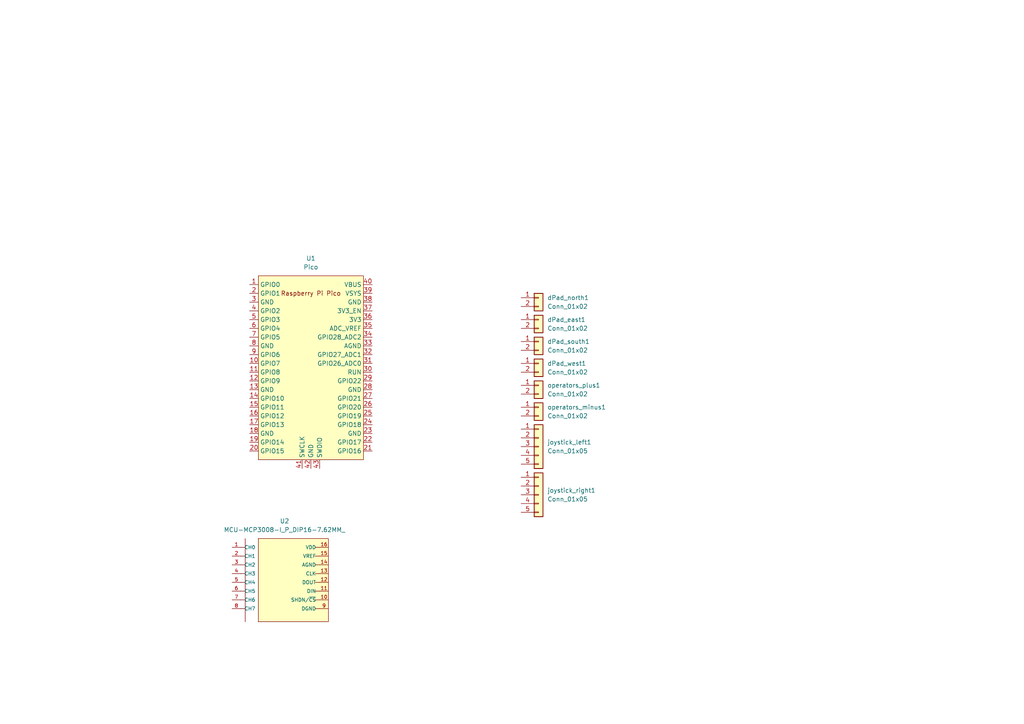
<source format=kicad_sch>
(kicad_sch (version 20250114) (generator "eeschema") (generator_version "9.0")
  (paper "A4")
  (lib_symbols
    (symbol "Connector_Generic:Conn_01x02" (pin_names (offset 1.016) (hide yes))
      (property "Reference" "J" (at 0 2.54 0))
      (property "Value" "Conn_01x02" (at 0 -5.08 0))
      (symbol "Conn_01x02_1_1"
        (rectangle (start -1.27 1.27) (end 1.27 -3.81) (stroke (width 0.254)) (fill (type background)))
        (rectangle (start -1.27 0.127) (end 0 -0.127) (stroke (width 0.1524)))
        (rectangle (start -1.27 -2.413) (end 0 -2.667) (stroke (width 0.1524)))
        (pin passive line (at -5.08 0 0) (length 3.81) (name "Pin_1") (number "1"))
        (pin passive line (at -5.08 -2.54 0) (length 3.81) (name "Pin_2") (number "2"))
      )
    )
    (symbol "Connector_Generic:Conn_01x05" (pin_names (offset 1.016) (hide yes))
      (property "Reference" "J" (at 0 7.62 0))
      (property "Value" "Conn_01x05" (at 0 -7.62 0))
      (symbol "Conn_01x05_1_1"
        (rectangle (start -1.27 6.35) (end 1.27 -6.35) (stroke (width 0.254)) (fill (type background)))
        (rectangle (start -1.27 5.207) (end 0 4.953) (stroke (width 0.1524)))
        (rectangle (start -1.27 2.667) (end 0 2.413) (stroke (width 0.1524)))
        (rectangle (start -1.27 0.127) (end 0 -0.127) (stroke (width 0.1524)))
        (rectangle (start -1.27 -2.413) (end 0 -2.667) (stroke (width 0.1524)))
        (rectangle (start -1.27 -4.953) (end 0 -5.207) (stroke (width 0.1524)))
        (pin passive line (at -5.08 5.08 0) (length 3.81) (name "Pin_1") (number "1"))
        (pin passive line (at -5.08 2.54 0) (length 3.81) (name "Pin_2") (number "2"))
        (pin passive line (at -5.08 0 0) (length 3.81) (name "Pin_3") (number "3"))
        (pin passive line (at -5.08 -2.54 0) (length 3.81) (name "Pin_4") (number "4"))
        (pin passive line (at -5.08 -5.08 0) (length 3.81) (name "Pin_5") (number "5"))
      )
    )
    (symbol "MCU-MCP3008-I_P_DIP16-7.62MM_:MCU-MCP3008-I_P_DIP16-7.62MM_" (pin_names (offset 1.016))
      (property "Reference" "U" (at -10.1716 13.986 0))
      (property "Value" "MCU-MCP3008-I_P_DIP16-7.62MM_" (at -3.8163 13.9931 0))
      (symbol "MCU-MCP3008-I_P_DIP16-7.62MM__0_0"
        (polyline (pts (xy -11.43 10.16) (xy -10.16 10.16)) (stroke (width 0.1524)))
        (polyline (pts (xy -11.43 7.62) (xy -10.16 7.62)) (stroke (width 0.1524)))
        (polyline (pts (xy -11.43 5.08) (xy -10.16 5.08)) (stroke (width 0.1524)))
        (polyline (pts (xy -11.43 2.54) (xy -10.16 2.54)) (stroke (width 0.1524)))
        (polyline (pts (xy -11.43 0) (xy -10.16 0)) (stroke (width 0.1524)))
        (polyline (pts (xy -11.43 -2.54) (xy -10.16 -2.54)) (stroke (width 0.1524)))
        (polyline (pts (xy -11.43 -5.08) (xy -10.16 -5.08)) (stroke (width 0.1524)))
        (polyline (pts (xy -11.43 -7.62) (xy -10.16 -7.62)) (stroke (width 0.1524)))
        (polyline (pts (xy -10.16 10.16) (xy -10.16 12.7)) (stroke (width 0.1524)))
        (polyline (pts (xy -10.16 7.62) (xy -10.16 10.16)) (stroke (width 0.1524)))
        (polyline (pts (xy -10.16 5.08) (xy -10.16 7.62)) (stroke (width 0.1524)))
        (polyline (pts (xy -10.16 2.54) (xy -10.16 5.08)) (stroke (width 0.1524)))
        (polyline (pts (xy -10.16 0) (xy -10.16 2.54)) (stroke (width 0.1524)))
        (polyline (pts (xy -10.16 -2.54) (xy -10.16 0)) (stroke (width 0.1524)))
        (polyline (pts (xy -10.16 -11.43) (xy -10.16 -2.54)) (stroke (width 0.1524)))
        (rectangle (start -6.3749 -11.43) (end 13.9451 12.7) (stroke (width 0.1524)) (fill (type background)))
        (polyline (pts (xy 10.16 10.16) (xy 11.43 10.16)) (stroke (width 0.1524)))
        (polyline (pts (xy 10.16 7.62) (xy 11.43 7.62)) (stroke (width 0.1524)))
        (polyline (pts (xy 10.16 5.08) (xy 11.43 5.08)) (stroke (width 0.1524)))
        (polyline (pts (xy 10.16 2.54) (xy 11.43 2.54)) (stroke (width 0.1524)))
        (polyline (pts (xy 10.16 0) (xy 11.43 0)) (stroke (width 0.1524)))
        (polyline (pts (xy 10.16 -2.54) (xy 11.43 -2.54)) (stroke (width 0.1524)))
        (polyline (pts (xy 10.16 -5.08) (xy 11.43 -5.08)) (stroke (width 0.1524)))
        (polyline (pts (xy 10.16 -7.62) (xy 11.43 -7.62)) (stroke (width 0.1524)))
        (pin output line (at -13.97 10.16 0) (length 2.54) (name "CH0") (number "1"))
        (pin input line (at -13.97 7.62 0) (length 2.54) (name "CH1") (number "2"))
        (pin output line (at -13.97 5.08 0) (length 2.54) (name "CH2") (number "3"))
        (pin input line (at -13.97 2.54 0) (length 2.54) (name "CH3") (number "4"))
        (pin input line (at -13.97 0 0) (length 2.54) (name "CH4") (number "5"))
        (pin input line (at -13.97 -2.54 0) (length 2.54) (name "CH5") (number "6"))
        (pin output line (at -13.97 -5.08 0) (length 2.54) (name "CH6") (number "7"))
        (pin input line (at -13.97 -7.62 0) (length 2.54) (name "CH7") (number "8"))
        (pin power_in line (at 13.97 10.16 180) (length 2.54) (name "VDD") (number "16"))
        (pin input line (at 13.97 7.62 180) (length 2.54) (name "VREF") (number "15"))
        (pin input line (at 13.97 5.08 180) (length 2.54) (name "AGND") (number "14"))
        (pin output line (at 13.97 2.54 180) (length 2.54) (name "CLK") (number "13"))
        (pin input line (at 13.97 0 180) (length 2.54) (name "DOUT") (number "12"))
        (pin input line (at 13.97 -2.54 180) (length 2.54) (name "DIN") (number "11"))
        (pin output line (at 13.97 -5.08 180) (length 2.54) (name "SHDN/~{CS}") (number "10"))
        (pin output line (at 13.97 -7.62 180) (length 2.54) (name "DGND") (number "9"))
      )
    )
    (symbol "MCU_RaspberryPi_and_Boards:Pico"
      (property "Reference" "U" (at -13.97 27.94 0))
      (property "Value" "Pico" (at 0 19.05 0))
      (symbol "Pico_0_0"
        (text "Raspberry Pi Pico" (at 0 21.59 0) (effects (font (size 1.27 1.27))))
      )
      (symbol "Pico_0_1"
        (rectangle (start -15.24 26.67) (end 15.24 -26.67) (fill (type background)))
      )
      (symbol "Pico_1_1"
        (pin bidirectional line (at -17.78 24.13 0) (length 2.54) (name "GPIO0") (number "1"))
        (pin bidirectional line (at -17.78 21.59 0) (length 2.54) (name "GPIO1") (number "2"))
        (pin power_in line (at -17.78 19.05 0) (length 2.54) (name "GND") (number "3"))
        (pin bidirectional line (at -17.78 16.51 0) (length 2.54) (name "GPIO2") (number "4"))
        (pin bidirectional line (at -17.78 13.97 0) (length 2.54) (name "GPIO3") (number "5"))
        (pin bidirectional line (at -17.78 11.43 0) (length 2.54) (name "GPIO4") (number "6"))
        (pin bidirectional line (at -17.78 8.89 0) (length 2.54) (name "GPIO5") (number "7"))
        (pin power_in line (at -17.78 6.35 0) (length 2.54) (name "GND") (number "8"))
        (pin bidirectional line (at -17.78 3.81 0) (length 2.54) (name "GPIO6") (number "9"))
        (pin bidirectional line (at -17.78 1.27 0) (length 2.54) (name "GPIO7") (number "10"))
        (pin bidirectional line (at -17.78 -1.27 0) (length 2.54) (name "GPIO8") (number "11"))
        (pin bidirectional line (at -17.78 -3.81 0) (length 2.54) (name "GPIO9") (number "12"))
        (pin power_in line (at -17.78 -6.35 0) (length 2.54) (name "GND") (number "13"))
        (pin bidirectional line (at -17.78 -8.89 0) (length 2.54) (name "GPIO10") (number "14"))
        (pin bidirectional line (at -17.78 -11.43 0) (length 2.54) (name "GPIO11") (number "15"))
        (pin bidirectional line (at -17.78 -13.97 0) (length 2.54) (name "GPIO12") (number "16"))
        (pin bidirectional line (at -17.78 -16.51 0) (length 2.54) (name "GPIO13") (number "17"))
        (pin power_in line (at -17.78 -19.05 0) (length 2.54) (name "GND") (number "18"))
        (pin bidirectional line (at -17.78 -21.59 0) (length 2.54) (name "GPIO14") (number "19"))
        (pin bidirectional line (at -17.78 -24.13 0) (length 2.54) (name "GPIO15") (number "20"))
        (pin input line (at -2.54 -29.21 90) (length 2.54) (name "SWCLK") (number "41"))
        (pin power_in line (at 0 -29.21 90) (length 2.54) (name "GND") (number "42"))
        (pin bidirectional line (at 2.54 -29.21 90) (length 2.54) (name "SWDIO") (number "43"))
        (pin power_in line (at 17.78 24.13 180) (length 2.54) (name "VBUS") (number "40"))
        (pin power_in line (at 17.78 21.59 180) (length 2.54) (name "VSYS") (number "39"))
        (pin bidirectional line (at 17.78 19.05 180) (length 2.54) (name "GND") (number "38"))
        (pin input line (at 17.78 16.51 180) (length 2.54) (name "3V3_EN") (number "37"))
        (pin power_in line (at 17.78 13.97 180) (length 2.54) (name "3V3") (number "36"))
        (pin power_in line (at 17.78 11.43 180) (length 2.54) (name "ADC_VREF") (number "35"))
        (pin bidirectional line (at 17.78 8.89 180) (length 2.54) (name "GPIO28_ADC2") (number "34"))
        (pin power_in line (at 17.78 6.35 180) (length 2.54) (name "AGND") (number "33"))
        (pin bidirectional line (at 17.78 3.81 180) (length 2.54) (name "GPIO27_ADC1") (number "32"))
        (pin bidirectional line (at 17.78 1.27 180) (length 2.54) (name "GPIO26_ADC0") (number "31"))
        (pin input line (at 17.78 -1.27 180) (length 2.54) (name "RUN") (number "30"))
        (pin bidirectional line (at 17.78 -3.81 180) (length 2.54) (name "GPIO22") (number "29"))
        (pin power_in line (at 17.78 -6.35 180) (length 2.54) (name "GND") (number "28"))
        (pin bidirectional line (at 17.78 -8.89 180) (length 2.54) (name "GPIO21") (number "27"))
        (pin bidirectional line (at 17.78 -11.43 180) (length 2.54) (name "GPIO20") (number "26"))
        (pin bidirectional line (at 17.78 -13.97 180) (length 2.54) (name "GPIO19") (number "25"))
        (pin bidirectional line (at 17.78 -16.51 180) (length 2.54) (name "GPIO18") (number "24"))
        (pin power_in line (at 17.78 -19.05 180) (length 2.54) (name "GND") (number "23"))
        (pin bidirectional line (at 17.78 -21.59 180) (length 2.54) (name "GPIO17") (number "22"))
        (pin bidirectional line (at 17.78 -24.13 180) (length 2.54) (name "GPIO16") (number "21"))
      )
    )
  )
  (symbol (lib_id "Connector_Generic:Conn_01x02") (at 156.21 111.76 0) (unit 1)
    (property "Reference" "operators_plus1" (at 158.75 111.7599 0) (effects (justify left)))
    (property "Value" "Conn_01x02" (at 158.75 114.2999 0) (effects (justify left)))
    (property "Footprint" "Connector_JST:JST_PH_B2B-PH-K_1x02_P2.00mm_Vertical" (effects (hide yes)))
    (property "Description" "Generic connector, single row, 01x02, script generated (kicad-library-utils/schlib/autogen/connector/)" (effects (hide yes)))
  )
  (symbol (lib_id "Connector_Generic:Conn_01x02") (at 156.21 92.71 0) (unit 1)
    (property "Reference" "dPad_east1" (at 158.75 92.7099 0) (effects (justify left)))
    (property "Value" "Conn_01x02" (at 158.75 95.2499 0) (effects (justify left)))
    (property "Footprint" "Connector_JST:JST_PH_B2B-PH-K_1x02_P2.00mm_Vertical" (effects (hide yes)))
    (property "Description" "Generic connector, single row, 01x02, script generated (kicad-library-utils/schlib/autogen/connector/)" (effects (hide yes)))
  )
  (symbol (lib_id "Connector_Generic:Conn_01x05") (at 156.21 129.54 0) (unit 1)
    (property "Reference" "joystick_left1" (at 158.75 128.2699 0) (effects (justify left)))
    (property "Value" "Conn_01x05" (at 158.75 130.8099 0) (effects (justify left)))
    (property "Footprint" "Connector_JST:JST_PH_B5B-PH-K_1x05_P2.00mm_Vertical" (effects (hide yes)))
    (property "Description" "Generic connector, single row, 01x05, script generated (kicad-library-utils/schlib/autogen/connector/)" (effects (hide yes)))
  )
  (symbol (lib_id "Connector_Generic:Conn_01x02") (at 156.21 99.06 0) (unit 1)
    (property "Reference" "dPad_south1" (at 158.75 99.0599 0) (effects (justify left)))
    (property "Value" "Conn_01x02" (at 158.75 101.5999 0) (effects (justify left)))
    (property "Footprint" "Connector_JST:JST_PH_B2B-PH-K_1x02_P2.00mm_Vertical" (effects (hide yes)))
    (property "Description" "Generic connector, single row, 01x02, script generated (kicad-library-utils/schlib/autogen/connector/)" (effects (hide yes)))
  )
  (symbol (lib_id "MCU-MCP3008-I_P_DIP16-7.62MM_:MCU-MCP3008-I_P_DIP16-7.62MM_") (at 81.28 168.91 0) (unit 1)
    (property "Reference" "U2" (at 82.5375 151.13 0))
    (property "Value" "MCU-MCP3008-I_P_DIP16-7.62MM_" (at 82.5375 153.67 0))
    (property "Footprint" "MCU-MCP3008:DIP16-2.54-19.2X7.62MM" (effects (hide yes)))
    (property "SnapEDA_Link" "https://www.snapeda.com/parts/MCP3008-I/P/Microchip/view-part/?ref=snap" (effects (hide yes)))
    (property "Description_1" "Microchip 10 bit Serial ADC Differential Input 16-Pin PDIP | Microchip Technology Inc. MCP3008-I/P" (effects (hide yes)))
    (property "Package" "DIP-16 Microchip" (effects (hide yes)))
    (property "MPN" "MCP3008-I/P" (effects (hide yes)))
    (property "VALUE" "MCP3008-I/P-DIP16" (effects (hide yes)))
    (property "MF" "Microchip" (effects (hide yes)))
    (property "MP" "MCP3008-I/P" (effects (hide yes)))
    (property "Check_prices" "https://www.snapeda.com/parts/MCP3008-I/P/Microchip/view-part/?ref=eda" (effects (hide yes)))
  )
  (symbol (lib_id "Connector_Generic:Conn_01x02") (at 156.21 86.36 0) (unit 1)
    (property "Reference" "dPad_north1" (at 158.75 86.3599 0) (effects (justify left)))
    (property "Value" "Conn_01x02" (at 158.75 88.8999 0) (effects (justify left)))
    (property "Footprint" "Connector_JST:JST_PH_B2B-PH-K_1x02_P2.00mm_Vertical" (effects (hide yes)))
    (property "Description" "Generic connector, single row, 01x02, script generated (kicad-library-utils/schlib/autogen/connector/)" (effects (hide yes)))
  )
  (symbol (lib_id "Connector_Generic:Conn_01x05") (at 156.21 143.51 0) (unit 1)
    (property "Reference" "joystick_right1" (at 158.75 142.2399 0) (effects (justify left)))
    (property "Value" "Conn_01x05" (at 158.75 144.7799 0) (effects (justify left)))
    (property "Footprint" "Connector_JST:JST_PH_B5B-PH-K_1x05_P2.00mm_Vertical" (effects (hide yes)))
    (property "Description" "Generic connector, single row, 01x05, script generated (kicad-library-utils/schlib/autogen/connector/)" (effects (hide yes)))
  )
  (symbol (lib_id "MCU_RaspberryPi_and_Boards:Pico") (at 90.17 106.68 0) (unit 1)
    (property "Reference" "U1" (at 90.17 74.93 0))
    (property "Value" "Pico" (at 90.17 77.47 0))
    (property "Footprint" "MCU_RaspberryPi_and_Boards:RPi_Pico_SMD_TH" (effects (hide yes)))
  )
  (symbol (lib_id "Connector_Generic:Conn_01x02") (at 156.21 118.11 0) (unit 1)
    (property "Reference" "operators_minus1" (at 158.75 118.1099 0) (effects (justify left)))
    (property "Value" "Conn_01x02" (at 158.75 120.6499 0) (effects (justify left)))
    (property "Footprint" "Connector_JST:JST_PH_B2B-PH-K_1x02_P2.00mm_Vertical" (effects (hide yes)))
    (property "Description" "Generic connector, single row, 01x02, script generated (kicad-library-utils/schlib/autogen/connector/)" (effects (hide yes)))
  )
  (symbol (lib_id "Connector_Generic:Conn_01x02") (at 156.21 105.41 0) (unit 1)
    (property "Reference" "dPad_west1" (at 158.75 105.4099 0) (effects (justify left)))
    (property "Value" "Conn_01x02" (at 158.75 107.9499 0) (effects (justify left)))
    (property "Footprint" "Connector_JST:JST_PH_B2B-PH-K_1x02_P2.00mm_Vertical" (effects (hide yes)))
    (property "Description" "Generic connector, single row, 01x02, script generated (kicad-library-utils/schlib/autogen/connector/)" (effects (hide yes)))
  )
)
</source>
